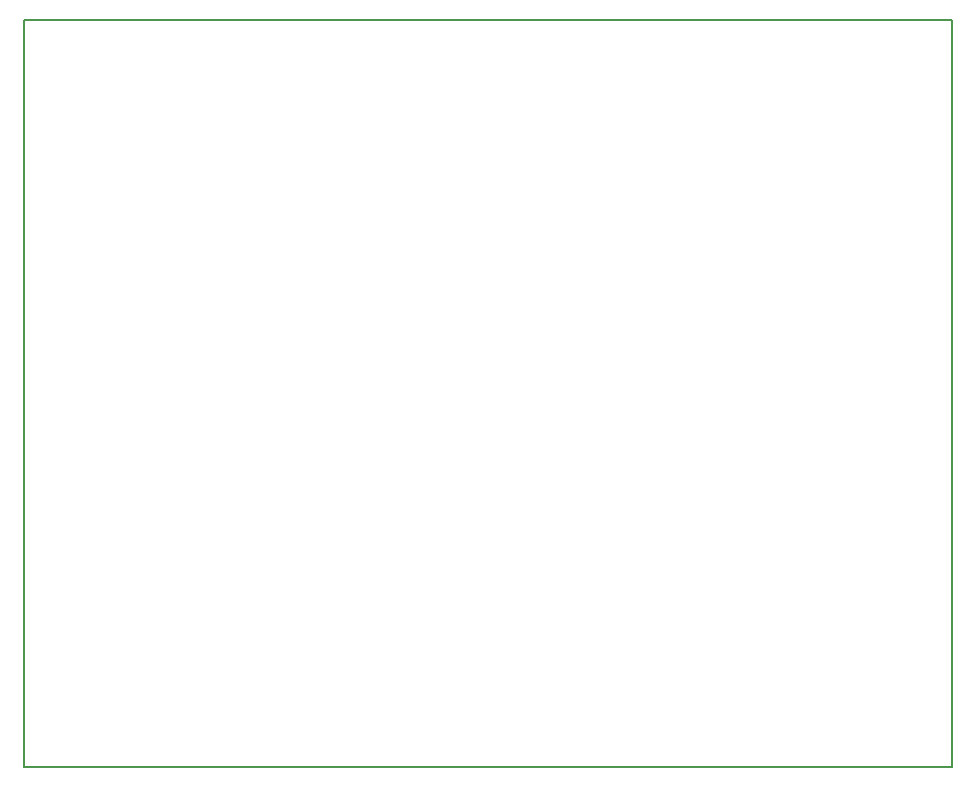
<source format=gbr>
G04 #@! TF.GenerationSoftware,KiCad,Pcbnew,5.1.5*
G04 #@! TF.CreationDate,2020-07-04T13:20:11+02:00*
G04 #@! TF.ProjectId,GECAUF,47454341-5546-42e6-9b69-6361645f7063,1.0*
G04 #@! TF.SameCoordinates,Original*
G04 #@! TF.FileFunction,Profile,NP*
%FSLAX46Y46*%
G04 Gerber Fmt 4.6, Leading zero omitted, Abs format (unit mm)*
G04 Created by KiCad (PCBNEW 5.1.5) date 2020-07-04 13:20:11*
%MOMM*%
%LPD*%
G04 APERTURE LIST*
%ADD10C,0.150000*%
G04 APERTURE END LIST*
D10*
X100000000Y-100000000D02*
X100000000Y-163300000D01*
X100000000Y-163300000D02*
X178600000Y-163300000D01*
X178600000Y-100000000D02*
X178600000Y-163300000D01*
X100000000Y-100000000D02*
X178600000Y-100000000D01*
M02*

</source>
